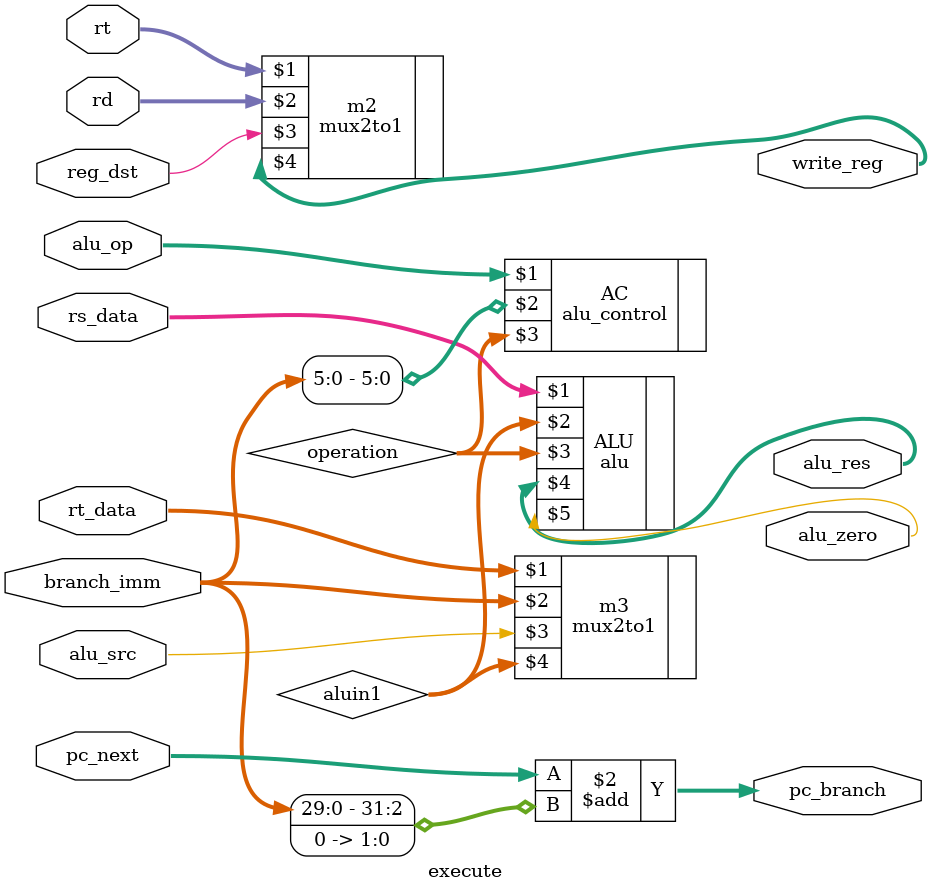
<source format=v>
`include "mux.v"
`include "alu_control.v"
`include "alu.v"

module execute(

    input alu_src,
    input [1:0] alu_op,
    input reg_dst,

    input [31:0] pc_next,
    input [31:0] branch_imm,

    input [31:0] rs_data,
    input [31:0] rt_data,
    input [4:0] rt,         // even though rt_data is present, rt is required in this stage separately
    input [4:0] rd,         // as above, rd is provided so that reg_dst (the input) can select between the two

    output [31:0] pc_branch,
    output alu_zero,
    output [31:0] alu_res,
    output [4:0] write_reg

);

    // Write your code below.

    wire [31:0] aluin1;
    wire [3:0] operation;

    assign pc_branch = pc_next + (branch_imm << 2);

    mux2to1 #(5) m2 (rt, rd, reg_dst, write_reg);

    mux2to1 #(32) m3 (rt_data, branch_imm, alu_src, aluin1);
    alu_control AC (alu_op[1:0], branch_imm [5:0], operation);
    alu ALU (rs_data, aluin1, operation, alu_res, alu_zero);


endmodule

</source>
